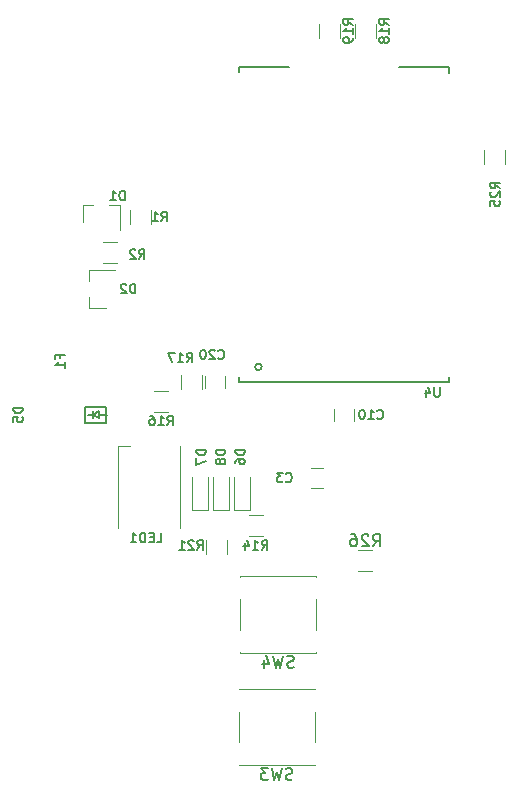
<source format=gbr>
G04 #@! TF.FileFunction,Legend,Bot*
%FSLAX46Y46*%
G04 Gerber Fmt 4.6, Leading zero omitted, Abs format (unit mm)*
G04 Created by KiCad (PCBNEW 4.0.7-e2-6376~58~ubuntu16.04.1) date Wed Mar 28 23:24:04 2018*
%MOMM*%
%LPD*%
G01*
G04 APERTURE LIST*
%ADD10C,0.100000*%
%ADD11C,0.120000*%
%ADD12C,0.150000*%
G04 APERTURE END LIST*
D10*
D11*
X126754000Y-108878000D02*
X127754000Y-108878000D01*
X127754000Y-110578000D02*
X126754000Y-110578000D01*
X130390000Y-103894000D02*
X130390000Y-104894000D01*
X128690000Y-104894000D02*
X128690000Y-103894000D01*
X119468000Y-101100000D02*
X119468000Y-102100000D01*
X117768000Y-102100000D02*
X117768000Y-101100000D01*
X107386000Y-86616000D02*
X108316000Y-86616000D01*
X110546000Y-86616000D02*
X109616000Y-86616000D01*
X110546000Y-86616000D02*
X110546000Y-88776000D01*
X107386000Y-86616000D02*
X107386000Y-88076000D01*
X107952000Y-95306000D02*
X107952000Y-94376000D01*
X107952000Y-92146000D02*
X107952000Y-93076000D01*
X107952000Y-92146000D02*
X110112000Y-92146000D01*
X107952000Y-95306000D02*
X109412000Y-95306000D01*
D12*
X108758000Y-104394000D02*
X109458000Y-104394000D01*
X108158000Y-104394000D02*
X107858000Y-104394000D01*
X108258000Y-104694000D02*
X108258000Y-104094000D01*
X108758000Y-104694000D02*
X108258000Y-104394000D01*
X108758000Y-104094000D02*
X108258000Y-104394000D01*
X108758000Y-104694000D02*
X108758000Y-104094000D01*
X109358000Y-105094000D02*
X109358000Y-103694000D01*
X107558000Y-105094000D02*
X109358000Y-105094000D01*
X107558000Y-103694000D02*
X107558000Y-105094000D01*
X109358000Y-103694000D02*
X107558000Y-103694000D01*
D11*
X121604000Y-112417000D02*
X120204000Y-112417000D01*
X120204000Y-112417000D02*
X120204000Y-109617000D01*
X121604000Y-112417000D02*
X121604000Y-109617000D01*
X118048000Y-112417000D02*
X116648000Y-112417000D01*
X116648000Y-112417000D02*
X116648000Y-109617000D01*
X118048000Y-112417000D02*
X118048000Y-109617000D01*
X119826000Y-112417000D02*
X118426000Y-112417000D01*
X118426000Y-112417000D02*
X118426000Y-109617000D01*
X119826000Y-112417000D02*
X119826000Y-109617000D01*
X111388000Y-87030000D02*
X111388000Y-88230000D01*
X113148000Y-88230000D02*
X113148000Y-87030000D01*
X109128000Y-91558000D02*
X110328000Y-91558000D01*
X110328000Y-89798000D02*
X109128000Y-89798000D01*
X122647000Y-112912000D02*
X121447000Y-112912000D01*
X121447000Y-114672000D02*
X122647000Y-114672000D01*
X114646000Y-102371000D02*
X113446000Y-102371000D01*
X113446000Y-104131000D02*
X114646000Y-104131000D01*
X115706000Y-101000000D02*
X115706000Y-102200000D01*
X117466000Y-102200000D02*
X117466000Y-101000000D01*
X130438000Y-71282000D02*
X130438000Y-72482000D01*
X132198000Y-72482000D02*
X132198000Y-71282000D01*
X127390000Y-71282000D02*
X127390000Y-72482000D01*
X129150000Y-72482000D02*
X129150000Y-71282000D01*
X119625000Y-116170000D02*
X119625000Y-114970000D01*
X117865000Y-114970000D02*
X117865000Y-116170000D01*
D12*
X122559581Y-100330000D02*
G75*
G03X122559581Y-100330000I-283981J0D01*
G01*
X138430000Y-101600000D02*
X138430000Y-101168200D01*
X120650000Y-101600000D02*
X120650000Y-101168200D01*
X120650000Y-74930000D02*
X120650000Y-75361800D01*
X124460000Y-74930000D02*
X124891800Y-74930000D01*
X138430000Y-74930000D02*
X138430000Y-75488800D01*
X134620000Y-74930000D02*
X134188200Y-74930000D01*
X124460000Y-74930000D02*
X120650000Y-74930000D01*
X138430000Y-74930000D02*
X134620000Y-74930000D01*
X138430000Y-101600000D02*
X120650000Y-101600000D01*
D11*
X143120000Y-83150000D02*
X143120000Y-81950000D01*
X141360000Y-81950000D02*
X141360000Y-83150000D01*
X115630000Y-113990000D02*
X115630000Y-106990000D01*
X110430000Y-113990000D02*
X110430000Y-106990000D01*
X110430000Y-106990000D02*
X111430000Y-106990000D01*
X130718000Y-117593000D02*
X131918000Y-117593000D01*
X131918000Y-115833000D02*
X130718000Y-115833000D01*
X127055000Y-134040000D02*
X127055000Y-134010000D01*
X127055000Y-127580000D02*
X127055000Y-127610000D01*
X120595000Y-127580000D02*
X120595000Y-127610000D01*
X120595000Y-134010000D02*
X120595000Y-134040000D01*
X127055000Y-132110000D02*
X127055000Y-129510000D01*
X120595000Y-134040000D02*
X127055000Y-134040000D01*
X120595000Y-132110000D02*
X120595000Y-129510000D01*
X120595000Y-127580000D02*
X127055000Y-127580000D01*
X127182000Y-124515000D02*
X127182000Y-124485000D01*
X127182000Y-118055000D02*
X127182000Y-118085000D01*
X120722000Y-118055000D02*
X120722000Y-118085000D01*
X120722000Y-124485000D02*
X120722000Y-124515000D01*
X127182000Y-122585000D02*
X127182000Y-119985000D01*
X120722000Y-124515000D02*
X127182000Y-124515000D01*
X120722000Y-122585000D02*
X120722000Y-119985000D01*
X120722000Y-118055000D02*
X127182000Y-118055000D01*
D12*
X124593333Y-110013714D02*
X124631428Y-110051810D01*
X124745714Y-110089905D01*
X124821904Y-110089905D01*
X124936190Y-110051810D01*
X125012381Y-109975619D01*
X125050476Y-109899429D01*
X125088571Y-109747048D01*
X125088571Y-109632762D01*
X125050476Y-109480381D01*
X125012381Y-109404190D01*
X124936190Y-109328000D01*
X124821904Y-109289905D01*
X124745714Y-109289905D01*
X124631428Y-109328000D01*
X124593333Y-109366095D01*
X124326666Y-109289905D02*
X123831428Y-109289905D01*
X124098095Y-109594667D01*
X123983809Y-109594667D01*
X123907619Y-109632762D01*
X123869523Y-109670857D01*
X123831428Y-109747048D01*
X123831428Y-109937524D01*
X123869523Y-110013714D01*
X123907619Y-110051810D01*
X123983809Y-110089905D01*
X124212381Y-110089905D01*
X124288571Y-110051810D01*
X124326666Y-110013714D01*
X132340286Y-104679714D02*
X132378381Y-104717810D01*
X132492667Y-104755905D01*
X132568857Y-104755905D01*
X132683143Y-104717810D01*
X132759334Y-104641619D01*
X132797429Y-104565429D01*
X132835524Y-104413048D01*
X132835524Y-104298762D01*
X132797429Y-104146381D01*
X132759334Y-104070190D01*
X132683143Y-103994000D01*
X132568857Y-103955905D01*
X132492667Y-103955905D01*
X132378381Y-103994000D01*
X132340286Y-104032095D01*
X131578381Y-104755905D02*
X132035524Y-104755905D01*
X131806953Y-104755905D02*
X131806953Y-103955905D01*
X131883143Y-104070190D01*
X131959334Y-104146381D01*
X132035524Y-104184476D01*
X131083143Y-103955905D02*
X131006952Y-103955905D01*
X130930762Y-103994000D01*
X130892667Y-104032095D01*
X130854571Y-104108286D01*
X130816476Y-104260667D01*
X130816476Y-104451143D01*
X130854571Y-104603524D01*
X130892667Y-104679714D01*
X130930762Y-104717810D01*
X131006952Y-104755905D01*
X131083143Y-104755905D01*
X131159333Y-104717810D01*
X131197429Y-104679714D01*
X131235524Y-104603524D01*
X131273619Y-104451143D01*
X131273619Y-104260667D01*
X131235524Y-104108286D01*
X131197429Y-104032095D01*
X131159333Y-103994000D01*
X131083143Y-103955905D01*
X118878286Y-99599714D02*
X118916381Y-99637810D01*
X119030667Y-99675905D01*
X119106857Y-99675905D01*
X119221143Y-99637810D01*
X119297334Y-99561619D01*
X119335429Y-99485429D01*
X119373524Y-99333048D01*
X119373524Y-99218762D01*
X119335429Y-99066381D01*
X119297334Y-98990190D01*
X119221143Y-98914000D01*
X119106857Y-98875905D01*
X119030667Y-98875905D01*
X118916381Y-98914000D01*
X118878286Y-98952095D01*
X118573524Y-98952095D02*
X118535429Y-98914000D01*
X118459238Y-98875905D01*
X118268762Y-98875905D01*
X118192572Y-98914000D01*
X118154476Y-98952095D01*
X118116381Y-99028286D01*
X118116381Y-99104476D01*
X118154476Y-99218762D01*
X118611619Y-99675905D01*
X118116381Y-99675905D01*
X117621143Y-98875905D02*
X117544952Y-98875905D01*
X117468762Y-98914000D01*
X117430667Y-98952095D01*
X117392571Y-99028286D01*
X117354476Y-99180667D01*
X117354476Y-99371143D01*
X117392571Y-99523524D01*
X117430667Y-99599714D01*
X117468762Y-99637810D01*
X117544952Y-99675905D01*
X117621143Y-99675905D01*
X117697333Y-99637810D01*
X117735429Y-99599714D01*
X117773524Y-99523524D01*
X117811619Y-99371143D01*
X117811619Y-99180667D01*
X117773524Y-99028286D01*
X117735429Y-98952095D01*
X117697333Y-98914000D01*
X117621143Y-98875905D01*
X110953476Y-86213905D02*
X110953476Y-85413905D01*
X110763000Y-85413905D01*
X110648714Y-85452000D01*
X110572523Y-85528190D01*
X110534428Y-85604381D01*
X110496333Y-85756762D01*
X110496333Y-85871048D01*
X110534428Y-86023429D01*
X110572523Y-86099619D01*
X110648714Y-86175810D01*
X110763000Y-86213905D01*
X110953476Y-86213905D01*
X109734428Y-86213905D02*
X110191571Y-86213905D01*
X109963000Y-86213905D02*
X109963000Y-85413905D01*
X110039190Y-85528190D01*
X110115381Y-85604381D01*
X110191571Y-85642476D01*
X111842476Y-94087905D02*
X111842476Y-93287905D01*
X111652000Y-93287905D01*
X111537714Y-93326000D01*
X111461523Y-93402190D01*
X111423428Y-93478381D01*
X111385333Y-93630762D01*
X111385333Y-93745048D01*
X111423428Y-93897429D01*
X111461523Y-93973619D01*
X111537714Y-94049810D01*
X111652000Y-94087905D01*
X111842476Y-94087905D01*
X111080571Y-93364095D02*
X111042476Y-93326000D01*
X110966285Y-93287905D01*
X110775809Y-93287905D01*
X110699619Y-93326000D01*
X110661523Y-93364095D01*
X110623428Y-93440286D01*
X110623428Y-93516476D01*
X110661523Y-93630762D01*
X111118666Y-94087905D01*
X110623428Y-94087905D01*
X102319905Y-103803524D02*
X101519905Y-103803524D01*
X101519905Y-103994000D01*
X101558000Y-104108286D01*
X101634190Y-104184477D01*
X101710381Y-104222572D01*
X101862762Y-104260667D01*
X101977048Y-104260667D01*
X102129429Y-104222572D01*
X102205619Y-104184477D01*
X102281810Y-104108286D01*
X102319905Y-103994000D01*
X102319905Y-103803524D01*
X101519905Y-104984477D02*
X101519905Y-104603524D01*
X101900857Y-104565429D01*
X101862762Y-104603524D01*
X101824667Y-104679715D01*
X101824667Y-104870191D01*
X101862762Y-104946381D01*
X101900857Y-104984477D01*
X101977048Y-105022572D01*
X102167524Y-105022572D01*
X102243714Y-104984477D01*
X102281810Y-104946381D01*
X102319905Y-104870191D01*
X102319905Y-104679715D01*
X102281810Y-104603524D01*
X102243714Y-104565429D01*
X121138905Y-107359524D02*
X120338905Y-107359524D01*
X120338905Y-107550000D01*
X120377000Y-107664286D01*
X120453190Y-107740477D01*
X120529381Y-107778572D01*
X120681762Y-107816667D01*
X120796048Y-107816667D01*
X120948429Y-107778572D01*
X121024619Y-107740477D01*
X121100810Y-107664286D01*
X121138905Y-107550000D01*
X121138905Y-107359524D01*
X120338905Y-108502381D02*
X120338905Y-108350000D01*
X120377000Y-108273810D01*
X120415095Y-108235715D01*
X120529381Y-108159524D01*
X120681762Y-108121429D01*
X120986524Y-108121429D01*
X121062714Y-108159524D01*
X121100810Y-108197619D01*
X121138905Y-108273810D01*
X121138905Y-108426191D01*
X121100810Y-108502381D01*
X121062714Y-108540477D01*
X120986524Y-108578572D01*
X120796048Y-108578572D01*
X120719857Y-108540477D01*
X120681762Y-108502381D01*
X120643667Y-108426191D01*
X120643667Y-108273810D01*
X120681762Y-108197619D01*
X120719857Y-108159524D01*
X120796048Y-108121429D01*
X117836905Y-107359524D02*
X117036905Y-107359524D01*
X117036905Y-107550000D01*
X117075000Y-107664286D01*
X117151190Y-107740477D01*
X117227381Y-107778572D01*
X117379762Y-107816667D01*
X117494048Y-107816667D01*
X117646429Y-107778572D01*
X117722619Y-107740477D01*
X117798810Y-107664286D01*
X117836905Y-107550000D01*
X117836905Y-107359524D01*
X117036905Y-108083334D02*
X117036905Y-108616667D01*
X117836905Y-108273810D01*
X119487905Y-107359524D02*
X118687905Y-107359524D01*
X118687905Y-107550000D01*
X118726000Y-107664286D01*
X118802190Y-107740477D01*
X118878381Y-107778572D01*
X119030762Y-107816667D01*
X119145048Y-107816667D01*
X119297429Y-107778572D01*
X119373619Y-107740477D01*
X119449810Y-107664286D01*
X119487905Y-107550000D01*
X119487905Y-107359524D01*
X119030762Y-108273810D02*
X118992667Y-108197619D01*
X118954571Y-108159524D01*
X118878381Y-108121429D01*
X118840286Y-108121429D01*
X118764095Y-108159524D01*
X118726000Y-108197619D01*
X118687905Y-108273810D01*
X118687905Y-108426191D01*
X118726000Y-108502381D01*
X118764095Y-108540477D01*
X118840286Y-108578572D01*
X118878381Y-108578572D01*
X118954571Y-108540477D01*
X118992667Y-108502381D01*
X119030762Y-108426191D01*
X119030762Y-108273810D01*
X119068857Y-108197619D01*
X119106952Y-108159524D01*
X119183143Y-108121429D01*
X119335524Y-108121429D01*
X119411714Y-108159524D01*
X119449810Y-108197619D01*
X119487905Y-108273810D01*
X119487905Y-108426191D01*
X119449810Y-108502381D01*
X119411714Y-108540477D01*
X119335524Y-108578572D01*
X119183143Y-108578572D01*
X119106952Y-108540477D01*
X119068857Y-108502381D01*
X119030762Y-108426191D01*
X105479857Y-99555334D02*
X105479857Y-99288667D01*
X105898905Y-99288667D02*
X105098905Y-99288667D01*
X105098905Y-99669620D01*
X105898905Y-100393429D02*
X105898905Y-99936286D01*
X105898905Y-100164857D02*
X105098905Y-100164857D01*
X105213190Y-100088667D01*
X105289381Y-100012476D01*
X105327476Y-99936286D01*
X114052333Y-87991905D02*
X114319000Y-87610952D01*
X114509476Y-87991905D02*
X114509476Y-87191905D01*
X114204714Y-87191905D01*
X114128523Y-87230000D01*
X114090428Y-87268095D01*
X114052333Y-87344286D01*
X114052333Y-87458571D01*
X114090428Y-87534762D01*
X114128523Y-87572857D01*
X114204714Y-87610952D01*
X114509476Y-87610952D01*
X113290428Y-87991905D02*
X113747571Y-87991905D01*
X113519000Y-87991905D02*
X113519000Y-87191905D01*
X113595190Y-87306190D01*
X113671381Y-87382381D01*
X113747571Y-87420476D01*
X112147333Y-91166905D02*
X112414000Y-90785952D01*
X112604476Y-91166905D02*
X112604476Y-90366905D01*
X112299714Y-90366905D01*
X112223523Y-90405000D01*
X112185428Y-90443095D01*
X112147333Y-90519286D01*
X112147333Y-90633571D01*
X112185428Y-90709762D01*
X112223523Y-90747857D01*
X112299714Y-90785952D01*
X112604476Y-90785952D01*
X111842571Y-90443095D02*
X111804476Y-90405000D01*
X111728285Y-90366905D01*
X111537809Y-90366905D01*
X111461619Y-90405000D01*
X111423523Y-90443095D01*
X111385428Y-90519286D01*
X111385428Y-90595476D01*
X111423523Y-90709762D01*
X111880666Y-91166905D01*
X111385428Y-91166905D01*
X122561286Y-115803905D02*
X122827953Y-115422952D01*
X123018429Y-115803905D02*
X123018429Y-115003905D01*
X122713667Y-115003905D01*
X122637476Y-115042000D01*
X122599381Y-115080095D01*
X122561286Y-115156286D01*
X122561286Y-115270571D01*
X122599381Y-115346762D01*
X122637476Y-115384857D01*
X122713667Y-115422952D01*
X123018429Y-115422952D01*
X121799381Y-115803905D02*
X122256524Y-115803905D01*
X122027953Y-115803905D02*
X122027953Y-115003905D01*
X122104143Y-115118190D01*
X122180334Y-115194381D01*
X122256524Y-115232476D01*
X121113667Y-115270571D02*
X121113667Y-115803905D01*
X121304143Y-114965810D02*
X121494619Y-115537238D01*
X120999381Y-115537238D01*
X114560286Y-105262905D02*
X114826953Y-104881952D01*
X115017429Y-105262905D02*
X115017429Y-104462905D01*
X114712667Y-104462905D01*
X114636476Y-104501000D01*
X114598381Y-104539095D01*
X114560286Y-104615286D01*
X114560286Y-104729571D01*
X114598381Y-104805762D01*
X114636476Y-104843857D01*
X114712667Y-104881952D01*
X115017429Y-104881952D01*
X113798381Y-105262905D02*
X114255524Y-105262905D01*
X114026953Y-105262905D02*
X114026953Y-104462905D01*
X114103143Y-104577190D01*
X114179334Y-104653381D01*
X114255524Y-104691476D01*
X113112667Y-104462905D02*
X113265048Y-104462905D01*
X113341238Y-104501000D01*
X113379333Y-104539095D01*
X113455524Y-104653381D01*
X113493619Y-104805762D01*
X113493619Y-105110524D01*
X113455524Y-105186714D01*
X113417429Y-105224810D01*
X113341238Y-105262905D01*
X113188857Y-105262905D01*
X113112667Y-105224810D01*
X113074571Y-105186714D01*
X113036476Y-105110524D01*
X113036476Y-104920048D01*
X113074571Y-104843857D01*
X113112667Y-104805762D01*
X113188857Y-104767667D01*
X113341238Y-104767667D01*
X113417429Y-104805762D01*
X113455524Y-104843857D01*
X113493619Y-104920048D01*
X116211286Y-99929905D02*
X116477953Y-99548952D01*
X116668429Y-99929905D02*
X116668429Y-99129905D01*
X116363667Y-99129905D01*
X116287476Y-99168000D01*
X116249381Y-99206095D01*
X116211286Y-99282286D01*
X116211286Y-99396571D01*
X116249381Y-99472762D01*
X116287476Y-99510857D01*
X116363667Y-99548952D01*
X116668429Y-99548952D01*
X115449381Y-99929905D02*
X115906524Y-99929905D01*
X115677953Y-99929905D02*
X115677953Y-99129905D01*
X115754143Y-99244190D01*
X115830334Y-99320381D01*
X115906524Y-99358476D01*
X115182714Y-99129905D02*
X114649381Y-99129905D01*
X114992238Y-99929905D01*
X133329905Y-71367714D02*
X132948952Y-71101047D01*
X133329905Y-70910571D02*
X132529905Y-70910571D01*
X132529905Y-71215333D01*
X132568000Y-71291524D01*
X132606095Y-71329619D01*
X132682286Y-71367714D01*
X132796571Y-71367714D01*
X132872762Y-71329619D01*
X132910857Y-71291524D01*
X132948952Y-71215333D01*
X132948952Y-70910571D01*
X133329905Y-72129619D02*
X133329905Y-71672476D01*
X133329905Y-71901047D02*
X132529905Y-71901047D01*
X132644190Y-71824857D01*
X132720381Y-71748666D01*
X132758476Y-71672476D01*
X132872762Y-72586762D02*
X132834667Y-72510571D01*
X132796571Y-72472476D01*
X132720381Y-72434381D01*
X132682286Y-72434381D01*
X132606095Y-72472476D01*
X132568000Y-72510571D01*
X132529905Y-72586762D01*
X132529905Y-72739143D01*
X132568000Y-72815333D01*
X132606095Y-72853429D01*
X132682286Y-72891524D01*
X132720381Y-72891524D01*
X132796571Y-72853429D01*
X132834667Y-72815333D01*
X132872762Y-72739143D01*
X132872762Y-72586762D01*
X132910857Y-72510571D01*
X132948952Y-72472476D01*
X133025143Y-72434381D01*
X133177524Y-72434381D01*
X133253714Y-72472476D01*
X133291810Y-72510571D01*
X133329905Y-72586762D01*
X133329905Y-72739143D01*
X133291810Y-72815333D01*
X133253714Y-72853429D01*
X133177524Y-72891524D01*
X133025143Y-72891524D01*
X132948952Y-72853429D01*
X132910857Y-72815333D01*
X132872762Y-72739143D01*
X130281905Y-71367714D02*
X129900952Y-71101047D01*
X130281905Y-70910571D02*
X129481905Y-70910571D01*
X129481905Y-71215333D01*
X129520000Y-71291524D01*
X129558095Y-71329619D01*
X129634286Y-71367714D01*
X129748571Y-71367714D01*
X129824762Y-71329619D01*
X129862857Y-71291524D01*
X129900952Y-71215333D01*
X129900952Y-70910571D01*
X130281905Y-72129619D02*
X130281905Y-71672476D01*
X130281905Y-71901047D02*
X129481905Y-71901047D01*
X129596190Y-71824857D01*
X129672381Y-71748666D01*
X129710476Y-71672476D01*
X130281905Y-72510571D02*
X130281905Y-72662952D01*
X130243810Y-72739143D01*
X130205714Y-72777238D01*
X130091429Y-72853429D01*
X129939048Y-72891524D01*
X129634286Y-72891524D01*
X129558095Y-72853429D01*
X129520000Y-72815333D01*
X129481905Y-72739143D01*
X129481905Y-72586762D01*
X129520000Y-72510571D01*
X129558095Y-72472476D01*
X129634286Y-72434381D01*
X129824762Y-72434381D01*
X129900952Y-72472476D01*
X129939048Y-72510571D01*
X129977143Y-72586762D01*
X129977143Y-72739143D01*
X129939048Y-72815333D01*
X129900952Y-72853429D01*
X129824762Y-72891524D01*
X117100286Y-115804905D02*
X117366953Y-115423952D01*
X117557429Y-115804905D02*
X117557429Y-115004905D01*
X117252667Y-115004905D01*
X117176476Y-115043000D01*
X117138381Y-115081095D01*
X117100286Y-115157286D01*
X117100286Y-115271571D01*
X117138381Y-115347762D01*
X117176476Y-115385857D01*
X117252667Y-115423952D01*
X117557429Y-115423952D01*
X116795524Y-115081095D02*
X116757429Y-115043000D01*
X116681238Y-115004905D01*
X116490762Y-115004905D01*
X116414572Y-115043000D01*
X116376476Y-115081095D01*
X116338381Y-115157286D01*
X116338381Y-115233476D01*
X116376476Y-115347762D01*
X116833619Y-115804905D01*
X116338381Y-115804905D01*
X115576476Y-115804905D02*
X116033619Y-115804905D01*
X115805048Y-115804905D02*
X115805048Y-115004905D01*
X115881238Y-115119190D01*
X115957429Y-115195381D01*
X116033619Y-115233476D01*
X137642524Y-102050905D02*
X137642524Y-102698524D01*
X137604429Y-102774714D01*
X137566333Y-102812810D01*
X137490143Y-102850905D01*
X137337762Y-102850905D01*
X137261571Y-102812810D01*
X137223476Y-102774714D01*
X137185381Y-102698524D01*
X137185381Y-102050905D01*
X136461572Y-102317571D02*
X136461572Y-102850905D01*
X136652048Y-102012810D02*
X136842524Y-102584238D01*
X136347286Y-102584238D01*
X142728905Y-85210714D02*
X142347952Y-84944047D01*
X142728905Y-84753571D02*
X141928905Y-84753571D01*
X141928905Y-85058333D01*
X141967000Y-85134524D01*
X142005095Y-85172619D01*
X142081286Y-85210714D01*
X142195571Y-85210714D01*
X142271762Y-85172619D01*
X142309857Y-85134524D01*
X142347952Y-85058333D01*
X142347952Y-84753571D01*
X142005095Y-85515476D02*
X141967000Y-85553571D01*
X141928905Y-85629762D01*
X141928905Y-85820238D01*
X141967000Y-85896428D01*
X142005095Y-85934524D01*
X142081286Y-85972619D01*
X142157476Y-85972619D01*
X142271762Y-85934524D01*
X142728905Y-85477381D01*
X142728905Y-85972619D01*
X141928905Y-86696429D02*
X141928905Y-86315476D01*
X142309857Y-86277381D01*
X142271762Y-86315476D01*
X142233667Y-86391667D01*
X142233667Y-86582143D01*
X142271762Y-86658333D01*
X142309857Y-86696429D01*
X142386048Y-86734524D01*
X142576524Y-86734524D01*
X142652714Y-86696429D01*
X142690810Y-86658333D01*
X142728905Y-86582143D01*
X142728905Y-86391667D01*
X142690810Y-86315476D01*
X142652714Y-86277381D01*
X113671238Y-115169905D02*
X114052191Y-115169905D01*
X114052191Y-114369905D01*
X113404572Y-114750857D02*
X113137905Y-114750857D01*
X113023619Y-115169905D02*
X113404572Y-115169905D01*
X113404572Y-114369905D01*
X113023619Y-114369905D01*
X112680762Y-115169905D02*
X112680762Y-114369905D01*
X112490286Y-114369905D01*
X112376000Y-114408000D01*
X112299809Y-114484190D01*
X112261714Y-114560381D01*
X112223619Y-114712762D01*
X112223619Y-114827048D01*
X112261714Y-114979429D01*
X112299809Y-115055619D01*
X112376000Y-115131810D01*
X112490286Y-115169905D01*
X112680762Y-115169905D01*
X111461714Y-115169905D02*
X111918857Y-115169905D01*
X111690286Y-115169905D02*
X111690286Y-114369905D01*
X111766476Y-114484190D01*
X111842667Y-114560381D01*
X111918857Y-114598476D01*
X131960857Y-115515381D02*
X132294191Y-115039190D01*
X132532286Y-115515381D02*
X132532286Y-114515381D01*
X132151333Y-114515381D01*
X132056095Y-114563000D01*
X132008476Y-114610619D01*
X131960857Y-114705857D01*
X131960857Y-114848714D01*
X132008476Y-114943952D01*
X132056095Y-114991571D01*
X132151333Y-115039190D01*
X132532286Y-115039190D01*
X131579905Y-114610619D02*
X131532286Y-114563000D01*
X131437048Y-114515381D01*
X131198952Y-114515381D01*
X131103714Y-114563000D01*
X131056095Y-114610619D01*
X131008476Y-114705857D01*
X131008476Y-114801095D01*
X131056095Y-114943952D01*
X131627524Y-115515381D01*
X131008476Y-115515381D01*
X130151333Y-114515381D02*
X130341810Y-114515381D01*
X130437048Y-114563000D01*
X130484667Y-114610619D01*
X130579905Y-114753476D01*
X130627524Y-114943952D01*
X130627524Y-115324905D01*
X130579905Y-115420143D01*
X130532286Y-115467762D01*
X130437048Y-115515381D01*
X130246571Y-115515381D01*
X130151333Y-115467762D01*
X130103714Y-115420143D01*
X130056095Y-115324905D01*
X130056095Y-115086810D01*
X130103714Y-114991571D01*
X130151333Y-114943952D01*
X130246571Y-114896333D01*
X130437048Y-114896333D01*
X130532286Y-114943952D01*
X130579905Y-114991571D01*
X130627524Y-115086810D01*
X125158333Y-135264762D02*
X125015476Y-135312381D01*
X124777380Y-135312381D01*
X124682142Y-135264762D01*
X124634523Y-135217143D01*
X124586904Y-135121905D01*
X124586904Y-135026667D01*
X124634523Y-134931429D01*
X124682142Y-134883810D01*
X124777380Y-134836190D01*
X124967857Y-134788571D01*
X125063095Y-134740952D01*
X125110714Y-134693333D01*
X125158333Y-134598095D01*
X125158333Y-134502857D01*
X125110714Y-134407619D01*
X125063095Y-134360000D01*
X124967857Y-134312381D01*
X124729761Y-134312381D01*
X124586904Y-134360000D01*
X124253571Y-134312381D02*
X124015476Y-135312381D01*
X123824999Y-134598095D01*
X123634523Y-135312381D01*
X123396428Y-134312381D01*
X123110714Y-134312381D02*
X122491666Y-134312381D01*
X122825000Y-134693333D01*
X122682142Y-134693333D01*
X122586904Y-134740952D01*
X122539285Y-134788571D01*
X122491666Y-134883810D01*
X122491666Y-135121905D01*
X122539285Y-135217143D01*
X122586904Y-135264762D01*
X122682142Y-135312381D01*
X122967857Y-135312381D01*
X123063095Y-135264762D01*
X123110714Y-135217143D01*
X125285333Y-125739762D02*
X125142476Y-125787381D01*
X124904380Y-125787381D01*
X124809142Y-125739762D01*
X124761523Y-125692143D01*
X124713904Y-125596905D01*
X124713904Y-125501667D01*
X124761523Y-125406429D01*
X124809142Y-125358810D01*
X124904380Y-125311190D01*
X125094857Y-125263571D01*
X125190095Y-125215952D01*
X125237714Y-125168333D01*
X125285333Y-125073095D01*
X125285333Y-124977857D01*
X125237714Y-124882619D01*
X125190095Y-124835000D01*
X125094857Y-124787381D01*
X124856761Y-124787381D01*
X124713904Y-124835000D01*
X124380571Y-124787381D02*
X124142476Y-125787381D01*
X123951999Y-125073095D01*
X123761523Y-125787381D01*
X123523428Y-124787381D01*
X122713904Y-125120714D02*
X122713904Y-125787381D01*
X122952000Y-124739762D02*
X123190095Y-125454048D01*
X122571047Y-125454048D01*
M02*

</source>
